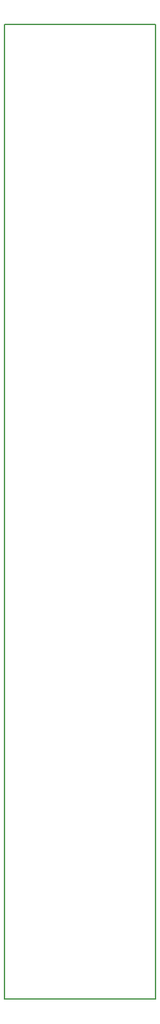
<source format=gbr>
G04 #@! TF.FileFunction,Profile,NP*
%FSLAX46Y46*%
G04 Gerber Fmt 4.6, Leading zero omitted, Abs format (unit mm)*
G04 Created by KiCad (PCBNEW 4.0.6) date 07/12/17 23:45:09*
%MOMM*%
%LPD*%
G01*
G04 APERTURE LIST*
%ADD10C,0.100000*%
%ADD11C,0.150000*%
G04 APERTURE END LIST*
D10*
D11*
X158430000Y-160250000D02*
X138430000Y-160250000D01*
X138430000Y-31750000D02*
X158430000Y-31750000D01*
X158430000Y-31750000D02*
X158430000Y-160250000D01*
X138430000Y-31750000D02*
X138430000Y-160250000D01*
M02*

</source>
